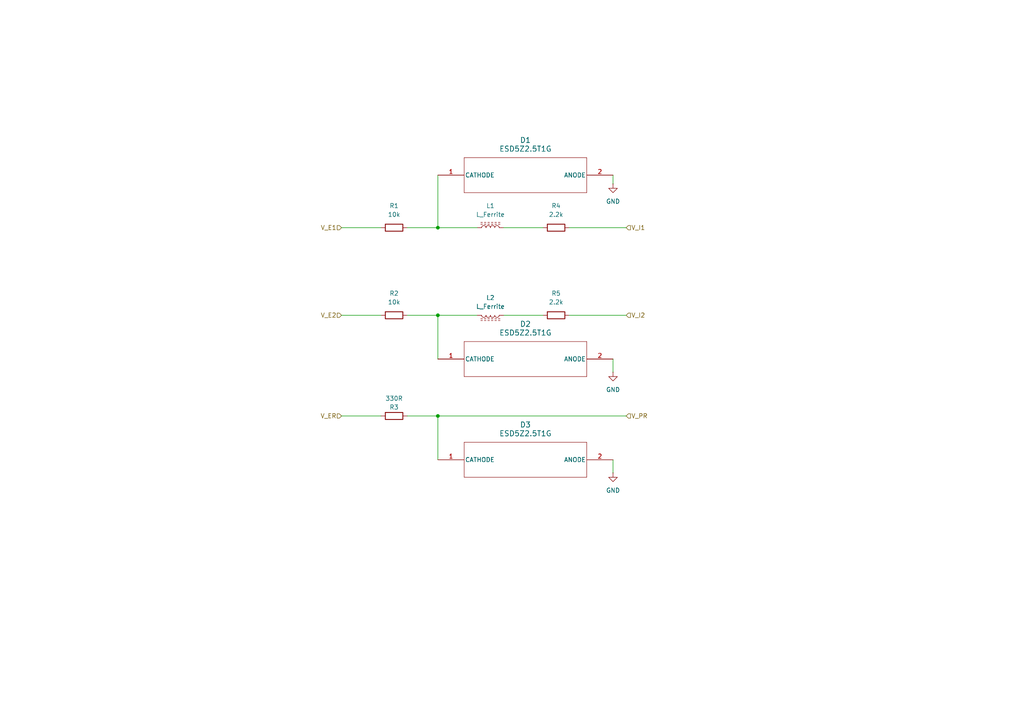
<source format=kicad_sch>
(kicad_sch
	(version 20231120)
	(generator "eeschema")
	(generator_version "8.0")
	(uuid "04720e68-2655-4299-b138-0019540aa8af")
	(paper "A4")
	(lib_symbols
		(symbol "Device:L_Ferrite"
			(pin_numbers hide)
			(pin_names
				(offset 1.016) hide)
			(exclude_from_sim no)
			(in_bom yes)
			(on_board yes)
			(property "Reference" "L"
				(at -1.27 0 90)
				(effects
					(font
						(size 1.27 1.27)
					)
				)
			)
			(property "Value" "L_Ferrite"
				(at 2.794 0 90)
				(effects
					(font
						(size 1.27 1.27)
					)
				)
			)
			(property "Footprint" ""
				(at 0 0 0)
				(effects
					(font
						(size 1.27 1.27)
					)
					(hide yes)
				)
			)
			(property "Datasheet" "~"
				(at 0 0 0)
				(effects
					(font
						(size 1.27 1.27)
					)
					(hide yes)
				)
			)
			(property "Description" "Inductor with ferrite core"
				(at 0 0 0)
				(effects
					(font
						(size 1.27 1.27)
					)
					(hide yes)
				)
			)
			(property "ki_keywords" "inductor choke coil reactor magnetic"
				(at 0 0 0)
				(effects
					(font
						(size 1.27 1.27)
					)
					(hide yes)
				)
			)
			(property "ki_fp_filters" "Choke_* *Coil* Inductor_* L_*"
				(at 0 0 0)
				(effects
					(font
						(size 1.27 1.27)
					)
					(hide yes)
				)
			)
			(symbol "L_Ferrite_0_1"
				(arc
					(start 0 -2.54)
					(mid 0.6323 -1.905)
					(end 0 -1.27)
					(stroke
						(width 0)
						(type default)
					)
					(fill
						(type none)
					)
				)
				(arc
					(start 0 -1.27)
					(mid 0.6323 -0.635)
					(end 0 0)
					(stroke
						(width 0)
						(type default)
					)
					(fill
						(type none)
					)
				)
				(polyline
					(pts
						(xy 1.016 -2.794) (xy 1.016 -2.286)
					)
					(stroke
						(width 0)
						(type default)
					)
					(fill
						(type none)
					)
				)
				(polyline
					(pts
						(xy 1.016 -1.778) (xy 1.016 -1.27)
					)
					(stroke
						(width 0)
						(type default)
					)
					(fill
						(type none)
					)
				)
				(polyline
					(pts
						(xy 1.016 -0.762) (xy 1.016 -0.254)
					)
					(stroke
						(width 0)
						(type default)
					)
					(fill
						(type none)
					)
				)
				(polyline
					(pts
						(xy 1.016 0.254) (xy 1.016 0.762)
					)
					(stroke
						(width 0)
						(type default)
					)
					(fill
						(type none)
					)
				)
				(polyline
					(pts
						(xy 1.016 1.27) (xy 1.016 1.778)
					)
					(stroke
						(width 0)
						(type default)
					)
					(fill
						(type none)
					)
				)
				(polyline
					(pts
						(xy 1.016 2.286) (xy 1.016 2.794)
					)
					(stroke
						(width 0)
						(type default)
					)
					(fill
						(type none)
					)
				)
				(polyline
					(pts
						(xy 1.524 -2.286) (xy 1.524 -2.794)
					)
					(stroke
						(width 0)
						(type default)
					)
					(fill
						(type none)
					)
				)
				(polyline
					(pts
						(xy 1.524 -1.27) (xy 1.524 -1.778)
					)
					(stroke
						(width 0)
						(type default)
					)
					(fill
						(type none)
					)
				)
				(polyline
					(pts
						(xy 1.524 -0.254) (xy 1.524 -0.762)
					)
					(stroke
						(width 0)
						(type default)
					)
					(fill
						(type none)
					)
				)
				(polyline
					(pts
						(xy 1.524 0.762) (xy 1.524 0.254)
					)
					(stroke
						(width 0)
						(type default)
					)
					(fill
						(type none)
					)
				)
				(polyline
					(pts
						(xy 1.524 1.778) (xy 1.524 1.27)
					)
					(stroke
						(width 0)
						(type default)
					)
					(fill
						(type none)
					)
				)
				(polyline
					(pts
						(xy 1.524 2.794) (xy 1.524 2.286)
					)
					(stroke
						(width 0)
						(type default)
					)
					(fill
						(type none)
					)
				)
				(arc
					(start 0 0)
					(mid 0.6323 0.635)
					(end 0 1.27)
					(stroke
						(width 0)
						(type default)
					)
					(fill
						(type none)
					)
				)
				(arc
					(start 0 1.27)
					(mid 0.6323 1.905)
					(end 0 2.54)
					(stroke
						(width 0)
						(type default)
					)
					(fill
						(type none)
					)
				)
			)
			(symbol "L_Ferrite_1_1"
				(pin passive line
					(at 0 3.81 270)
					(length 1.27)
					(name "1"
						(effects
							(font
								(size 1.27 1.27)
							)
						)
					)
					(number "1"
						(effects
							(font
								(size 1.27 1.27)
							)
						)
					)
				)
				(pin passive line
					(at 0 -3.81 90)
					(length 1.27)
					(name "2"
						(effects
							(font
								(size 1.27 1.27)
							)
						)
					)
					(number "2"
						(effects
							(font
								(size 1.27 1.27)
							)
						)
					)
				)
			)
		)
		(symbol "Device:R"
			(pin_numbers hide)
			(pin_names
				(offset 0)
			)
			(exclude_from_sim no)
			(in_bom yes)
			(on_board yes)
			(property "Reference" "R"
				(at 2.032 0 90)
				(effects
					(font
						(size 1.27 1.27)
					)
				)
			)
			(property "Value" "R"
				(at 0 0 90)
				(effects
					(font
						(size 1.27 1.27)
					)
				)
			)
			(property "Footprint" ""
				(at -1.778 0 90)
				(effects
					(font
						(size 1.27 1.27)
					)
					(hide yes)
				)
			)
			(property "Datasheet" "~"
				(at 0 0 0)
				(effects
					(font
						(size 1.27 1.27)
					)
					(hide yes)
				)
			)
			(property "Description" "Resistor"
				(at 0 0 0)
				(effects
					(font
						(size 1.27 1.27)
					)
					(hide yes)
				)
			)
			(property "ki_keywords" "R res resistor"
				(at 0 0 0)
				(effects
					(font
						(size 1.27 1.27)
					)
					(hide yes)
				)
			)
			(property "ki_fp_filters" "R_*"
				(at 0 0 0)
				(effects
					(font
						(size 1.27 1.27)
					)
					(hide yes)
				)
			)
			(symbol "R_0_1"
				(rectangle
					(start -1.016 -2.54)
					(end 1.016 2.54)
					(stroke
						(width 0.254)
						(type default)
					)
					(fill
						(type none)
					)
				)
			)
			(symbol "R_1_1"
				(pin passive line
					(at 0 3.81 270)
					(length 1.27)
					(name "~"
						(effects
							(font
								(size 1.27 1.27)
							)
						)
					)
					(number "1"
						(effects
							(font
								(size 1.27 1.27)
							)
						)
					)
				)
				(pin passive line
					(at 0 -3.81 90)
					(length 1.27)
					(name "~"
						(effects
							(font
								(size 1.27 1.27)
							)
						)
					)
					(number "2"
						(effects
							(font
								(size 1.27 1.27)
							)
						)
					)
				)
			)
		)
		(symbol "ESD5Z2.5T1G:ESD5Z2.5T1G"
			(pin_names
				(offset 0.254)
			)
			(exclude_from_sim no)
			(in_bom yes)
			(on_board yes)
			(property "Reference" "U"
				(at 25.4 10.16 0)
				(effects
					(font
						(size 1.524 1.524)
					)
				)
			)
			(property "Value" "ESD5Z2.5T1G"
				(at 25.4 7.62 0)
				(effects
					(font
						(size 1.524 1.524)
					)
				)
			)
			(property "Footprint" "SOD-523_0P9X1P3_ONS"
				(at 0 0 0)
				(effects
					(font
						(size 1.27 1.27)
						(italic yes)
					)
					(hide yes)
				)
			)
			(property "Datasheet" "ESD5Z2.5T1G"
				(at 0 0 0)
				(effects
					(font
						(size 1.27 1.27)
						(italic yes)
					)
					(hide yes)
				)
			)
			(property "Description" ""
				(at 0 0 0)
				(effects
					(font
						(size 1.27 1.27)
					)
					(hide yes)
				)
			)
			(property "ki_locked" ""
				(at 0 0 0)
				(effects
					(font
						(size 1.27 1.27)
					)
				)
			)
			(property "ki_keywords" "ESD5Z2.5T1G"
				(at 0 0 0)
				(effects
					(font
						(size 1.27 1.27)
					)
					(hide yes)
				)
			)
			(property "ki_fp_filters" "SOD-523_0P9X1P3_ONS SOD-523_0P9X1P3_ONS-M SOD-523_0P9X1P3_ONS-L"
				(at 0 0 0)
				(effects
					(font
						(size 1.27 1.27)
					)
					(hide yes)
				)
			)
			(symbol "ESD5Z2.5T1G_0_1"
				(polyline
					(pts
						(xy 7.62 -5.08) (xy 43.18 -5.08)
					)
					(stroke
						(width 0.127)
						(type default)
					)
					(fill
						(type none)
					)
				)
				(polyline
					(pts
						(xy 7.62 5.08) (xy 7.62 -5.08)
					)
					(stroke
						(width 0.127)
						(type default)
					)
					(fill
						(type none)
					)
				)
				(polyline
					(pts
						(xy 43.18 -5.08) (xy 43.18 5.08)
					)
					(stroke
						(width 0.127)
						(type default)
					)
					(fill
						(type none)
					)
				)
				(polyline
					(pts
						(xy 43.18 5.08) (xy 7.62 5.08)
					)
					(stroke
						(width 0.127)
						(type default)
					)
					(fill
						(type none)
					)
				)
				(pin unspecified line
					(at 0 0 0)
					(length 7.62)
					(name "CATHODE"
						(effects
							(font
								(size 1.27 1.27)
							)
						)
					)
					(number "1"
						(effects
							(font
								(size 1.27 1.27)
							)
						)
					)
				)
				(pin unspecified line
					(at 50.8 0 180)
					(length 7.62)
					(name "ANODE"
						(effects
							(font
								(size 1.27 1.27)
							)
						)
					)
					(number "2"
						(effects
							(font
								(size 1.27 1.27)
							)
						)
					)
				)
			)
		)
		(symbol "power:GND"
			(power)
			(pin_numbers hide)
			(pin_names
				(offset 0) hide)
			(exclude_from_sim no)
			(in_bom yes)
			(on_board yes)
			(property "Reference" "#PWR"
				(at 0 -6.35 0)
				(effects
					(font
						(size 1.27 1.27)
					)
					(hide yes)
				)
			)
			(property "Value" "GND"
				(at 0 -3.81 0)
				(effects
					(font
						(size 1.27 1.27)
					)
				)
			)
			(property "Footprint" ""
				(at 0 0 0)
				(effects
					(font
						(size 1.27 1.27)
					)
					(hide yes)
				)
			)
			(property "Datasheet" ""
				(at 0 0 0)
				(effects
					(font
						(size 1.27 1.27)
					)
					(hide yes)
				)
			)
			(property "Description" "Power symbol creates a global label with name \"GND\" , ground"
				(at 0 0 0)
				(effects
					(font
						(size 1.27 1.27)
					)
					(hide yes)
				)
			)
			(property "ki_keywords" "global power"
				(at 0 0 0)
				(effects
					(font
						(size 1.27 1.27)
					)
					(hide yes)
				)
			)
			(symbol "GND_0_1"
				(polyline
					(pts
						(xy 0 0) (xy 0 -1.27) (xy 1.27 -1.27) (xy 0 -2.54) (xy -1.27 -1.27) (xy 0 -1.27)
					)
					(stroke
						(width 0)
						(type default)
					)
					(fill
						(type none)
					)
				)
			)
			(symbol "GND_1_1"
				(pin power_in line
					(at 0 0 270)
					(length 0)
					(name "~"
						(effects
							(font
								(size 1.27 1.27)
							)
						)
					)
					(number "1"
						(effects
							(font
								(size 1.27 1.27)
							)
						)
					)
				)
			)
		)
	)
	(junction
		(at 127 66.04)
		(diameter 0)
		(color 0 0 0 0)
		(uuid "1ac323d4-9462-4fec-b653-b8a3f0e0b152")
	)
	(junction
		(at 127 91.44)
		(diameter 0)
		(color 0 0 0 0)
		(uuid "bde0b38b-0465-4543-8fcc-f00983f2c392")
	)
	(junction
		(at 127 120.65)
		(diameter 0)
		(color 0 0 0 0)
		(uuid "eeb9fca6-8691-45f0-a860-9ded7ce54b0f")
	)
	(wire
		(pts
			(xy 177.8 104.14) (xy 177.8 107.95)
		)
		(stroke
			(width 0)
			(type default)
		)
		(uuid "0ebac553-bafe-4e50-8b86-ea39e798fb10")
	)
	(wire
		(pts
			(xy 118.11 91.44) (xy 127 91.44)
		)
		(stroke
			(width 0)
			(type default)
		)
		(uuid "147add08-1cc8-4d5d-b595-6730baf20b1c")
	)
	(wire
		(pts
			(xy 127 50.8) (xy 127 66.04)
		)
		(stroke
			(width 0)
			(type default)
		)
		(uuid "1764fb46-bc2f-4eb1-a1eb-d155ea056d4e")
	)
	(wire
		(pts
			(xy 118.11 120.65) (xy 127 120.65)
		)
		(stroke
			(width 0)
			(type default)
		)
		(uuid "25ae1495-bd5e-45d5-be9d-0d78cbd0c32e")
	)
	(wire
		(pts
			(xy 127 66.04) (xy 138.43 66.04)
		)
		(stroke
			(width 0)
			(type default)
		)
		(uuid "27d46362-0406-4ac1-975b-a5130733aaf7")
	)
	(wire
		(pts
			(xy 99.06 120.65) (xy 110.49 120.65)
		)
		(stroke
			(width 0)
			(type default)
		)
		(uuid "34e2b697-500f-4247-9277-213e7813beb3")
	)
	(wire
		(pts
			(xy 127 120.65) (xy 181.61 120.65)
		)
		(stroke
			(width 0)
			(type default)
		)
		(uuid "38551e31-a63e-44a5-9e32-49663ee959b5")
	)
	(wire
		(pts
			(xy 146.05 66.04) (xy 157.48 66.04)
		)
		(stroke
			(width 0)
			(type default)
		)
		(uuid "6a38f471-82c3-45ca-ae57-44a3546a3d57")
	)
	(wire
		(pts
			(xy 127 91.44) (xy 138.43 91.44)
		)
		(stroke
			(width 0)
			(type default)
		)
		(uuid "775dc72c-2794-4de0-a41d-32afabebfda0")
	)
	(wire
		(pts
			(xy 118.11 66.04) (xy 127 66.04)
		)
		(stroke
			(width 0)
			(type default)
		)
		(uuid "78c52896-f8c0-49e4-8389-06790c9ba8e8")
	)
	(wire
		(pts
			(xy 99.06 66.04) (xy 110.49 66.04)
		)
		(stroke
			(width 0)
			(type default)
		)
		(uuid "7f34750f-37fa-43ec-8468-be6e670ede09")
	)
	(wire
		(pts
			(xy 99.06 91.44) (xy 110.49 91.44)
		)
		(stroke
			(width 0)
			(type default)
		)
		(uuid "9c31485b-551a-4c8e-b2a3-8b50c7b798d1")
	)
	(wire
		(pts
			(xy 127 91.44) (xy 127 104.14)
		)
		(stroke
			(width 0)
			(type default)
		)
		(uuid "ae414356-f22e-4c95-bae7-1ee97813cf4d")
	)
	(wire
		(pts
			(xy 146.05 91.44) (xy 157.48 91.44)
		)
		(stroke
			(width 0)
			(type default)
		)
		(uuid "b3b0cc3b-229d-4c8a-8202-4593851d5b3e")
	)
	(wire
		(pts
			(xy 165.1 66.04) (xy 181.61 66.04)
		)
		(stroke
			(width 0)
			(type default)
		)
		(uuid "bede31a6-e45b-42d6-af6a-4453974f15e0")
	)
	(wire
		(pts
			(xy 165.1 91.44) (xy 181.61 91.44)
		)
		(stroke
			(width 0)
			(type default)
		)
		(uuid "c7c0b942-54d4-46a6-b2c9-2d60c843ca62")
	)
	(wire
		(pts
			(xy 127 120.65) (xy 127 133.35)
		)
		(stroke
			(width 0)
			(type default)
		)
		(uuid "cc66390b-96eb-4fdb-98ff-da4d89059ec3")
	)
	(wire
		(pts
			(xy 177.8 50.8) (xy 177.8 53.34)
		)
		(stroke
			(width 0)
			(type default)
		)
		(uuid "d6be7f97-4c64-4879-acd8-64d57ff32d39")
	)
	(wire
		(pts
			(xy 177.8 133.35) (xy 177.8 137.16)
		)
		(stroke
			(width 0)
			(type default)
		)
		(uuid "f8e83259-d012-4a70-998f-4e9dab0a6058")
	)
	(hierarchical_label "V_E1"
		(shape input)
		(at 99.06 66.04 180)
		(fields_autoplaced yes)
		(effects
			(font
				(size 1.27 1.27)
			)
			(justify right)
		)
		(uuid "3775ab41-961c-425c-851a-74272327031f")
	)
	(hierarchical_label "V_I2"
		(shape input)
		(at 181.61 91.44 0)
		(fields_autoplaced yes)
		(effects
			(font
				(size 1.27 1.27)
			)
			(justify left)
		)
		(uuid "45e73656-705c-4ad6-a9f3-1537819fc06c")
	)
	(hierarchical_label "V_PR"
		(shape input)
		(at 181.61 120.65 0)
		(fields_autoplaced yes)
		(effects
			(font
				(size 1.27 1.27)
			)
			(justify left)
		)
		(uuid "4acc1350-3c75-4f32-9194-a1f0a06345e6")
	)
	(hierarchical_label "V_I1"
		(shape input)
		(at 181.61 66.04 0)
		(fields_autoplaced yes)
		(effects
			(font
				(size 1.27 1.27)
			)
			(justify left)
		)
		(uuid "5b8e8416-9b05-4f24-9d89-00b71946d304")
	)
	(hierarchical_label "V_E2"
		(shape input)
		(at 99.06 91.44 180)
		(fields_autoplaced yes)
		(effects
			(font
				(size 1.27 1.27)
			)
			(justify right)
		)
		(uuid "6f09529a-4958-4693-b0fe-6b127c2457d6")
	)
	(hierarchical_label "V_ER"
		(shape input)
		(at 99.06 120.65 180)
		(fields_autoplaced yes)
		(effects
			(font
				(size 1.27 1.27)
			)
			(justify right)
		)
		(uuid "aeb62d3a-9b47-45d0-a65d-f7a329099cec")
	)
	(symbol
		(lib_id "ESD5Z2.5T1G:ESD5Z2.5T1G")
		(at 127 104.14 0)
		(unit 1)
		(exclude_from_sim no)
		(in_bom yes)
		(on_board yes)
		(dnp no)
		(fields_autoplaced yes)
		(uuid "0cf33b70-0173-4d03-b118-6ab9c9c5f098")
		(property "Reference" "D2"
			(at 152.4 93.98 0)
			(effects
				(font
					(size 1.524 1.524)
				)
			)
		)
		(property "Value" "ESD5Z2.5T1G"
			(at 152.4 96.52 0)
			(effects
				(font
					(size 1.524 1.524)
				)
			)
		)
		(property "Footprint" "SOD-523_0P9X1P3_ONS"
			(at 127 104.14 0)
			(effects
				(font
					(size 1.27 1.27)
					(italic yes)
				)
				(hide yes)
			)
		)
		(property "Datasheet" "ESD5Z2.5T1G"
			(at 127 104.14 0)
			(effects
				(font
					(size 1.27 1.27)
					(italic yes)
				)
				(hide yes)
			)
		)
		(property "Description" ""
			(at 127 104.14 0)
			(effects
				(font
					(size 1.27 1.27)
				)
				(hide yes)
			)
		)
		(pin "1"
			(uuid "989c362b-59e4-47b5-80a9-070ab5d7db63")
		)
		(pin "2"
			(uuid "bae6f2e5-d74f-4e2c-b569-557bbddedbbe")
		)
		(instances
			(project "SigAcqModule_TwoSided"
				(path "/35a76d6a-a0c5-4989-a335-ebbff193f82f/d0251586-8ae1-4977-b63a-f0016bc1d520"
					(reference "D2")
					(unit 1)
				)
			)
		)
	)
	(symbol
		(lib_id "Device:R")
		(at 114.3 120.65 90)
		(unit 1)
		(exclude_from_sim no)
		(in_bom yes)
		(on_board yes)
		(dnp no)
		(uuid "3300783c-8de8-42b3-9e87-5faa3a06ada5")
		(property "Reference" "R3"
			(at 114.3 118.11 90)
			(effects
				(font
					(size 1.27 1.27)
				)
			)
		)
		(property "Value" "330R"
			(at 114.3 115.57 90)
			(effects
				(font
					(size 1.27 1.27)
				)
			)
		)
		(property "Footprint" "Resistor_SMD:R_0402_1005Metric"
			(at 114.3 122.428 90)
			(effects
				(font
					(size 1.27 1.27)
				)
				(hide yes)
			)
		)
		(property "Datasheet" "~"
			(at 114.3 120.65 0)
			(effects
				(font
					(size 1.27 1.27)
				)
				(hide yes)
			)
		)
		(property "Description" "Resistor"
			(at 114.3 120.65 0)
			(effects
				(font
					(size 1.27 1.27)
				)
				(hide yes)
			)
		)
		(pin "1"
			(uuid "eaa77dc3-8281-4810-819a-841de6856a59")
		)
		(pin "2"
			(uuid "311b7e75-2638-4843-8ed9-156b3f0696d0")
		)
		(instances
			(project "SigAcqModule_TwoSided"
				(path "/35a76d6a-a0c5-4989-a335-ebbff193f82f/d0251586-8ae1-4977-b63a-f0016bc1d520"
					(reference "R3")
					(unit 1)
				)
			)
		)
	)
	(symbol
		(lib_id "Device:R")
		(at 161.29 66.04 90)
		(unit 1)
		(exclude_from_sim no)
		(in_bom yes)
		(on_board yes)
		(dnp no)
		(fields_autoplaced yes)
		(uuid "37106f72-0d99-4cbb-825d-1cd479d470ef")
		(property "Reference" "R4"
			(at 161.29 59.69 90)
			(effects
				(font
					(size 1.27 1.27)
				)
			)
		)
		(property "Value" "2.2k"
			(at 161.29 62.23 90)
			(effects
				(font
					(size 1.27 1.27)
				)
			)
		)
		(property "Footprint" "Resistor_SMD:R_0402_1005Metric"
			(at 161.29 67.818 90)
			(effects
				(font
					(size 1.27 1.27)
				)
				(hide yes)
			)
		)
		(property "Datasheet" "~"
			(at 161.29 66.04 0)
			(effects
				(font
					(size 1.27 1.27)
				)
				(hide yes)
			)
		)
		(property "Description" "Resistor"
			(at 161.29 66.04 0)
			(effects
				(font
					(size 1.27 1.27)
				)
				(hide yes)
			)
		)
		(pin "1"
			(uuid "054d9892-cd41-45c0-bb93-cdb3f98f99f1")
		)
		(pin "2"
			(uuid "38e74d90-a35b-47d6-a4f8-5fee2a5b3a15")
		)
		(instances
			(project "SigAcqModule_TwoSided"
				(path "/35a76d6a-a0c5-4989-a335-ebbff193f82f/d0251586-8ae1-4977-b63a-f0016bc1d520"
					(reference "R4")
					(unit 1)
				)
			)
		)
	)
	(symbol
		(lib_id "ESD5Z2.5T1G:ESD5Z2.5T1G")
		(at 127 133.35 0)
		(unit 1)
		(exclude_from_sim no)
		(in_bom yes)
		(on_board yes)
		(dnp no)
		(fields_autoplaced yes)
		(uuid "42a5b651-6043-4c5f-8545-e86750ce82fc")
		(property "Reference" "D3"
			(at 152.4 123.19 0)
			(effects
				(font
					(size 1.524 1.524)
				)
			)
		)
		(property "Value" "ESD5Z2.5T1G"
			(at 152.4 125.73 0)
			(effects
				(font
					(size 1.524 1.524)
				)
			)
		)
		(property "Footprint" "SOD-523_0P9X1P3_ONS"
			(at 127 133.35 0)
			(effects
				(font
					(size 1.27 1.27)
					(italic yes)
				)
				(hide yes)
			)
		)
		(property "Datasheet" "ESD5Z2.5T1G"
			(at 127 133.35 0)
			(effects
				(font
					(size 1.27 1.27)
					(italic yes)
				)
				(hide yes)
			)
		)
		(property "Description" ""
			(at 127 133.35 0)
			(effects
				(font
					(size 1.27 1.27)
				)
				(hide yes)
			)
		)
		(pin "1"
			(uuid "665ec649-ad92-4cf4-8c28-739add2fb2c8")
		)
		(pin "2"
			(uuid "4d8cb0a5-e2c8-4139-aefe-2d7c280cfc7e")
		)
		(instances
			(project "SigAcqModule_TwoSided"
				(path "/35a76d6a-a0c5-4989-a335-ebbff193f82f/d0251586-8ae1-4977-b63a-f0016bc1d520"
					(reference "D3")
					(unit 1)
				)
			)
		)
	)
	(symbol
		(lib_id "Device:L_Ferrite")
		(at 142.24 66.04 90)
		(unit 1)
		(exclude_from_sim no)
		(in_bom yes)
		(on_board yes)
		(dnp no)
		(fields_autoplaced yes)
		(uuid "567476d6-b4f7-443d-aa5b-000326eabde5")
		(property "Reference" "L1"
			(at 142.24 59.69 90)
			(effects
				(font
					(size 1.27 1.27)
				)
			)
		)
		(property "Value" "L_Ferrite"
			(at 142.24 62.23 90)
			(effects
				(font
					(size 1.27 1.27)
				)
			)
		)
		(property "Footprint" "BLM15AX102SN1D:IND_BLM15_1P05X0P55X0P55_MUR"
			(at 142.24 66.04 0)
			(effects
				(font
					(size 1.27 1.27)
				)
				(hide yes)
			)
		)
		(property "Datasheet" "~"
			(at 142.24 66.04 0)
			(effects
				(font
					(size 1.27 1.27)
				)
				(hide yes)
			)
		)
		(property "Description" "Inductor with ferrite core"
			(at 142.24 66.04 0)
			(effects
				(font
					(size 1.27 1.27)
				)
				(hide yes)
			)
		)
		(pin "2"
			(uuid "bed53f20-8752-416f-ae4a-bce768c3cb5c")
		)
		(pin "1"
			(uuid "3733d1de-be94-4bed-8edc-10184056cf2c")
		)
		(instances
			(project "SigAcqModule_TwoSided"
				(path "/35a76d6a-a0c5-4989-a335-ebbff193f82f/d0251586-8ae1-4977-b63a-f0016bc1d520"
					(reference "L1")
					(unit 1)
				)
			)
		)
	)
	(symbol
		(lib_id "Device:L_Ferrite")
		(at 142.24 91.44 270)
		(unit 1)
		(exclude_from_sim no)
		(in_bom yes)
		(on_board yes)
		(dnp no)
		(fields_autoplaced yes)
		(uuid "5f52073e-ef55-4ffd-8243-f94bdf15c676")
		(property "Reference" "L2"
			(at 142.24 86.36 90)
			(effects
				(font
					(size 1.27 1.27)
				)
			)
		)
		(property "Value" "L_Ferrite"
			(at 142.24 88.9 90)
			(effects
				(font
					(size 1.27 1.27)
				)
			)
		)
		(property "Footprint" "BLM15AX102SN1D:IND_BLM15_1P05X0P55X0P55_MUR"
			(at 142.24 91.44 0)
			(effects
				(font
					(size 1.27 1.27)
				)
				(hide yes)
			)
		)
		(property "Datasheet" "~"
			(at 142.24 91.44 0)
			(effects
				(font
					(size 1.27 1.27)
				)
				(hide yes)
			)
		)
		(property "Description" "Inductor with ferrite core"
			(at 142.24 91.44 0)
			(effects
				(font
					(size 1.27 1.27)
				)
				(hide yes)
			)
		)
		(pin "2"
			(uuid "9fdeaf8e-2d2a-41bb-89eb-4a8ed660b04f")
		)
		(pin "1"
			(uuid "31ffc45b-27a9-45aa-8273-4b62939ecf95")
		)
		(instances
			(project "SigAcqModule_TwoSided"
				(path "/35a76d6a-a0c5-4989-a335-ebbff193f82f/d0251586-8ae1-4977-b63a-f0016bc1d520"
					(reference "L2")
					(unit 1)
				)
			)
		)
	)
	(symbol
		(lib_id "Device:R")
		(at 161.29 91.44 90)
		(unit 1)
		(exclude_from_sim no)
		(in_bom yes)
		(on_board yes)
		(dnp no)
		(fields_autoplaced yes)
		(uuid "6e2229c0-aedf-4958-b5a8-d3b16254ec9c")
		(property "Reference" "R5"
			(at 161.29 85.09 90)
			(effects
				(font
					(size 1.27 1.27)
				)
			)
		)
		(property "Value" "2.2k"
			(at 161.29 87.63 90)
			(effects
				(font
					(size 1.27 1.27)
				)
			)
		)
		(property "Footprint" "Resistor_SMD:R_0402_1005Metric"
			(at 161.29 93.218 90)
			(effects
				(font
					(size 1.27 1.27)
				)
				(hide yes)
			)
		)
		(property "Datasheet" "~"
			(at 161.29 91.44 0)
			(effects
				(font
					(size 1.27 1.27)
				)
				(hide yes)
			)
		)
		(property "Description" "Resistor"
			(at 161.29 91.44 0)
			(effects
				(font
					(size 1.27 1.27)
				)
				(hide yes)
			)
		)
		(pin "1"
			(uuid "14163b55-11ac-4d39-8bf2-2022f63e811d")
		)
		(pin "2"
			(uuid "5c36fbb8-cafe-455c-8250-17801065388d")
		)
		(instances
			(project "SigAcqModule_TwoSided"
				(path "/35a76d6a-a0c5-4989-a335-ebbff193f82f/d0251586-8ae1-4977-b63a-f0016bc1d520"
					(reference "R5")
					(unit 1)
				)
			)
		)
	)
	(symbol
		(lib_id "power:GND")
		(at 177.8 137.16 0)
		(unit 1)
		(exclude_from_sim no)
		(in_bom yes)
		(on_board yes)
		(dnp no)
		(fields_autoplaced yes)
		(uuid "71d47b33-8897-4dd2-8f54-dacfd38735fc")
		(property "Reference" "#PWR05"
			(at 177.8 143.51 0)
			(effects
				(font
					(size 1.27 1.27)
				)
				(hide yes)
			)
		)
		(property "Value" "GND"
			(at 177.8 142.24 0)
			(effects
				(font
					(size 1.27 1.27)
				)
			)
		)
		(property "Footprint" ""
			(at 177.8 137.16 0)
			(effects
				(font
					(size 1.27 1.27)
				)
				(hide yes)
			)
		)
		(property "Datasheet" ""
			(at 177.8 137.16 0)
			(effects
				(font
					(size 1.27 1.27)
				)
				(hide yes)
			)
		)
		(property "Description" "Power symbol creates a global label with name \"GND\" , ground"
			(at 177.8 137.16 0)
			(effects
				(font
					(size 1.27 1.27)
				)
				(hide yes)
			)
		)
		(pin "1"
			(uuid "d6594436-1fdd-4f24-a0b0-1ef92941d95e")
		)
		(instances
			(project "SigAcqModule_TwoSided"
				(path "/35a76d6a-a0c5-4989-a335-ebbff193f82f/d0251586-8ae1-4977-b63a-f0016bc1d520"
					(reference "#PWR05")
					(unit 1)
				)
			)
		)
	)
	(symbol
		(lib_id "ESD5Z2.5T1G:ESD5Z2.5T1G")
		(at 127 50.8 0)
		(unit 1)
		(exclude_from_sim no)
		(in_bom yes)
		(on_board yes)
		(dnp no)
		(fields_autoplaced yes)
		(uuid "79617aab-f18d-4b73-aea4-e42c183c095f")
		(property "Reference" "D1"
			(at 152.4 40.64 0)
			(effects
				(font
					(size 1.524 1.524)
				)
			)
		)
		(property "Value" "ESD5Z2.5T1G"
			(at 152.4 43.18 0)
			(effects
				(font
					(size 1.524 1.524)
				)
			)
		)
		(property "Footprint" "SOD-523_0P9X1P3_ONS"
			(at 127 50.8 0)
			(effects
				(font
					(size 1.27 1.27)
					(italic yes)
				)
				(hide yes)
			)
		)
		(property "Datasheet" "ESD5Z2.5T1G"
			(at 127 50.8 0)
			(effects
				(font
					(size 1.27 1.27)
					(italic yes)
				)
				(hide yes)
			)
		)
		(property "Description" ""
			(at 127 50.8 0)
			(effects
				(font
					(size 1.27 1.27)
				)
				(hide yes)
			)
		)
		(pin "1"
			(uuid "fd680d77-9743-4c42-b808-b449113b0583")
		)
		(pin "2"
			(uuid "5de7e9f9-6854-4f9b-af0f-bc6dcd7ab4cd")
		)
		(instances
			(project "SigAcqModule_TwoSided"
				(path "/35a76d6a-a0c5-4989-a335-ebbff193f82f/d0251586-8ae1-4977-b63a-f0016bc1d520"
					(reference "D1")
					(unit 1)
				)
			)
		)
	)
	(symbol
		(lib_id "power:GND")
		(at 177.8 53.34 0)
		(unit 1)
		(exclude_from_sim no)
		(in_bom yes)
		(on_board yes)
		(dnp no)
		(fields_autoplaced yes)
		(uuid "9c9518b6-c037-4683-b672-4665d621ef56")
		(property "Reference" "#PWR03"
			(at 177.8 59.69 0)
			(effects
				(font
					(size 1.27 1.27)
				)
				(hide yes)
			)
		)
		(property "Value" "GND"
			(at 177.8 58.42 0)
			(effects
				(font
					(size 1.27 1.27)
				)
			)
		)
		(property "Footprint" ""
			(at 177.8 53.34 0)
			(effects
				(font
					(size 1.27 1.27)
				)
				(hide yes)
			)
		)
		(property "Datasheet" ""
			(at 177.8 53.34 0)
			(effects
				(font
					(size 1.27 1.27)
				)
				(hide yes)
			)
		)
		(property "Description" "Power symbol creates a global label with name \"GND\" , ground"
			(at 177.8 53.34 0)
			(effects
				(font
					(size 1.27 1.27)
				)
				(hide yes)
			)
		)
		(pin "1"
			(uuid "26440900-4cd9-40cb-bbdd-543e492bd623")
		)
		(instances
			(project "SigAcqModule_TwoSided"
				(path "/35a76d6a-a0c5-4989-a335-ebbff193f82f/d0251586-8ae1-4977-b63a-f0016bc1d520"
					(reference "#PWR03")
					(unit 1)
				)
			)
		)
	)
	(symbol
		(lib_id "power:GND")
		(at 177.8 107.95 0)
		(unit 1)
		(exclude_from_sim no)
		(in_bom yes)
		(on_board yes)
		(dnp no)
		(fields_autoplaced yes)
		(uuid "b32332ee-1137-43d7-aee6-081a1b3fdd49")
		(property "Reference" "#PWR04"
			(at 177.8 114.3 0)
			(effects
				(font
					(size 1.27 1.27)
				)
				(hide yes)
			)
		)
		(property "Value" "GND"
			(at 177.8 113.03 0)
			(effects
				(font
					(size 1.27 1.27)
				)
			)
		)
		(property "Footprint" ""
			(at 177.8 107.95 0)
			(effects
				(font
					(size 1.27 1.27)
				)
				(hide yes)
			)
		)
		(property "Datasheet" ""
			(at 177.8 107.95 0)
			(effects
				(font
					(size 1.27 1.27)
				)
				(hide yes)
			)
		)
		(property "Description" "Power symbol creates a global label with name \"GND\" , ground"
			(at 177.8 107.95 0)
			(effects
				(font
					(size 1.27 1.27)
				)
				(hide yes)
			)
		)
		(pin "1"
			(uuid "570cc487-d127-469c-83d8-b92f9a9bcafb")
		)
		(instances
			(project "SigAcqModule_TwoSided"
				(path "/35a76d6a-a0c5-4989-a335-ebbff193f82f/d0251586-8ae1-4977-b63a-f0016bc1d520"
					(reference "#PWR04")
					(unit 1)
				)
			)
		)
	)
	(symbol
		(lib_id "Device:R")
		(at 114.3 66.04 90)
		(unit 1)
		(exclude_from_sim no)
		(in_bom yes)
		(on_board yes)
		(dnp no)
		(fields_autoplaced yes)
		(uuid "f4aa9e71-3df5-4f47-8e1c-985d24d4bc45")
		(property "Reference" "R1"
			(at 114.3 59.69 90)
			(effects
				(font
					(size 1.27 1.27)
				)
			)
		)
		(property "Value" "10k"
			(at 114.3 62.23 90)
			(effects
				(font
					(size 1.27 1.27)
				)
			)
		)
		(property "Footprint" "Resistor_SMD:R_0402_1005Metric"
			(at 114.3 67.818 90)
			(effects
				(font
					(size 1.27 1.27)
				)
				(hide yes)
			)
		)
		(property "Datasheet" "~"
			(at 114.3 66.04 0)
			(effects
				(font
					(size 1.27 1.27)
				)
				(hide yes)
			)
		)
		(property "Description" "Resistor"
			(at 114.3 66.04 0)
			(effects
				(font
					(size 1.27 1.27)
				)
				(hide yes)
			)
		)
		(pin "1"
			(uuid "b226ae9f-1dd8-476d-b179-995576fe8910")
		)
		(pin "2"
			(uuid "e3521b82-bad9-4116-aade-6d4a6e6f660f")
		)
		(instances
			(project "SigAcqModule_TwoSided"
				(path "/35a76d6a-a0c5-4989-a335-ebbff193f82f/d0251586-8ae1-4977-b63a-f0016bc1d520"
					(reference "R1")
					(unit 1)
				)
			)
		)
	)
	(symbol
		(lib_id "Device:R")
		(at 114.3 91.44 90)
		(unit 1)
		(exclude_from_sim no)
		(in_bom yes)
		(on_board yes)
		(dnp no)
		(fields_autoplaced yes)
		(uuid "fa3e597c-ed28-4920-986b-f5e64df2acf6")
		(property "Reference" "R2"
			(at 114.3 85.09 90)
			(effects
				(font
					(size 1.27 1.27)
				)
			)
		)
		(property "Value" "10k"
			(at 114.3 87.63 90)
			(effects
				(font
					(size 1.27 1.27)
				)
			)
		)
		(property "Footprint" "Resistor_SMD:R_0402_1005Metric"
			(at 114.3 93.218 90)
			(effects
				(font
					(size 1.27 1.27)
				)
				(hide yes)
			)
		)
		(property "Datasheet" "~"
			(at 114.3 91.44 0)
			(effects
				(font
					(size 1.27 1.27)
				)
				(hide yes)
			)
		)
		(property "Description" "Resistor"
			(at 114.3 91.44 0)
			(effects
				(font
					(size 1.27 1.27)
				)
				(hide yes)
			)
		)
		(pin "1"
			(uuid "de722fc3-b57a-4b6d-9606-e5bc1276a77c")
		)
		(pin "2"
			(uuid "ef70f9ff-30af-449e-b1c9-8b4f1b4c8b23")
		)
		(instances
			(project "SigAcqModule_TwoSided"
				(path "/35a76d6a-a0c5-4989-a335-ebbff193f82f/d0251586-8ae1-4977-b63a-f0016bc1d520"
					(reference "R2")
					(unit 1)
				)
			)
		)
	)
)

</source>
